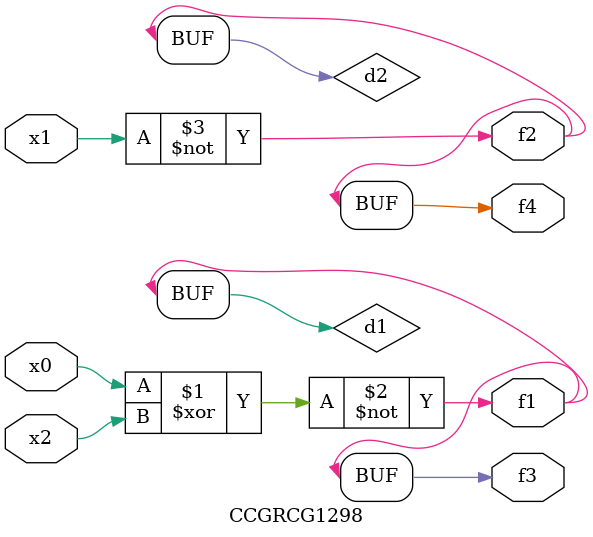
<source format=v>
module CCGRCG1298(
	input x0, x1, x2,
	output f1, f2, f3, f4
);

	wire d1, d2, d3;

	xnor (d1, x0, x2);
	nand (d2, x1);
	nor (d3, x1, x2);
	assign f1 = d1;
	assign f2 = d2;
	assign f3 = d1;
	assign f4 = d2;
endmodule

</source>
